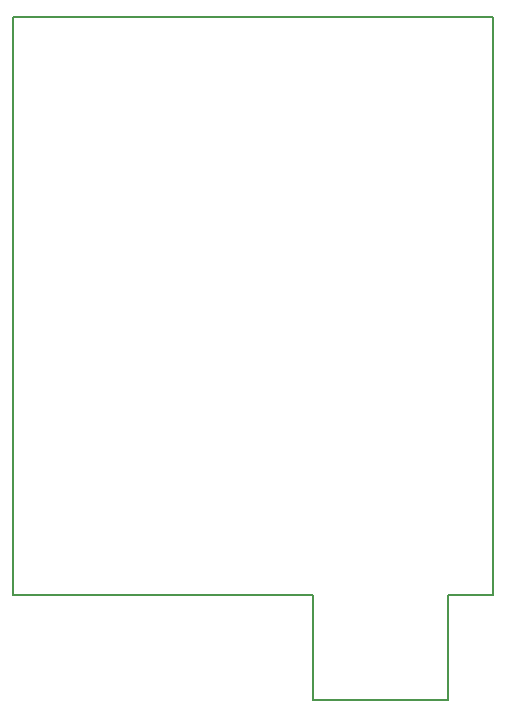
<source format=gbr>
G04 #@! TF.GenerationSoftware,KiCad,Pcbnew,(5.0.1-3-g963ef8bb5)*
G04 #@! TF.CreationDate,2019-11-01T03:39:26+09:00*
G04 #@! TF.ProjectId,DDAC8S,4444414338532E6B696361645F706362,rev?*
G04 #@! TF.SameCoordinates,Original*
G04 #@! TF.FileFunction,Profile,NP*
%FSLAX46Y46*%
G04 Gerber Fmt 4.6, Leading zero omitted, Abs format (unit mm)*
G04 Created by KiCad (PCBNEW (5.0.1-3-g963ef8bb5)) date 2019 November 01, Friday 03:39:26*
%MOMM*%
%LPD*%
G01*
G04 APERTURE LIST*
%ADD10C,0.150000*%
G04 APERTURE END LIST*
D10*
X183515000Y-144145000D02*
X183515000Y-135255000D01*
X172085000Y-144145000D02*
X183515000Y-144145000D01*
X172085000Y-135255000D02*
X172085000Y-144145000D01*
X187325000Y-135255000D02*
X183515000Y-135255000D01*
X187325000Y-86360000D02*
X187325000Y-135255000D01*
X146685000Y-86360000D02*
X187325000Y-86360000D01*
X146685000Y-135255000D02*
X146685000Y-86360000D01*
X172085000Y-135255000D02*
X146685000Y-135255000D01*
M02*

</source>
